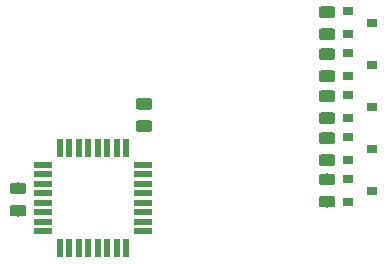
<source format=gbr>
G04 #@! TF.GenerationSoftware,KiCad,Pcbnew,(5.1.4)-1*
G04 #@! TF.CreationDate,2020-04-18T17:13:35+10:00*
G04 #@! TF.ProjectId,c64-nes-adapter,6336342d-6e65-4732-9d61-646170746572,rev?*
G04 #@! TF.SameCoordinates,Original*
G04 #@! TF.FileFunction,Paste,Top*
G04 #@! TF.FilePolarity,Positive*
%FSLAX46Y46*%
G04 Gerber Fmt 4.6, Leading zero omitted, Abs format (unit mm)*
G04 Created by KiCad (PCBNEW (5.1.4)-1) date 2020-04-18 17:13:35*
%MOMM*%
%LPD*%
G04 APERTURE LIST*
%ADD10R,0.900000X0.800000*%
%ADD11C,0.100000*%
%ADD12C,0.975000*%
%ADD13R,0.550000X1.600000*%
%ADD14R,1.600000X0.550000*%
G04 APERTURE END LIST*
D10*
X193945000Y-91506000D03*
X193945000Y-93406000D03*
X195945000Y-92456000D03*
X193945000Y-95062000D03*
X193945000Y-96962000D03*
X195945000Y-96012000D03*
X193945000Y-98618000D03*
X193945000Y-100518000D03*
X195945000Y-99568000D03*
X193945000Y-102174000D03*
X193945000Y-104074000D03*
X195945000Y-103124000D03*
X193945000Y-105730000D03*
X193945000Y-107630000D03*
X195945000Y-106680000D03*
D11*
G36*
X192631142Y-105256174D02*
G01*
X192654803Y-105259684D01*
X192678007Y-105265496D01*
X192700529Y-105273554D01*
X192722153Y-105283782D01*
X192742670Y-105296079D01*
X192761883Y-105310329D01*
X192779607Y-105326393D01*
X192795671Y-105344117D01*
X192809921Y-105363330D01*
X192822218Y-105383847D01*
X192832446Y-105405471D01*
X192840504Y-105427993D01*
X192846316Y-105451197D01*
X192849826Y-105474858D01*
X192851000Y-105498750D01*
X192851000Y-105986250D01*
X192849826Y-106010142D01*
X192846316Y-106033803D01*
X192840504Y-106057007D01*
X192832446Y-106079529D01*
X192822218Y-106101153D01*
X192809921Y-106121670D01*
X192795671Y-106140883D01*
X192779607Y-106158607D01*
X192761883Y-106174671D01*
X192742670Y-106188921D01*
X192722153Y-106201218D01*
X192700529Y-106211446D01*
X192678007Y-106219504D01*
X192654803Y-106225316D01*
X192631142Y-106228826D01*
X192607250Y-106230000D01*
X191694750Y-106230000D01*
X191670858Y-106228826D01*
X191647197Y-106225316D01*
X191623993Y-106219504D01*
X191601471Y-106211446D01*
X191579847Y-106201218D01*
X191559330Y-106188921D01*
X191540117Y-106174671D01*
X191522393Y-106158607D01*
X191506329Y-106140883D01*
X191492079Y-106121670D01*
X191479782Y-106101153D01*
X191469554Y-106079529D01*
X191461496Y-106057007D01*
X191455684Y-106033803D01*
X191452174Y-106010142D01*
X191451000Y-105986250D01*
X191451000Y-105498750D01*
X191452174Y-105474858D01*
X191455684Y-105451197D01*
X191461496Y-105427993D01*
X191469554Y-105405471D01*
X191479782Y-105383847D01*
X191492079Y-105363330D01*
X191506329Y-105344117D01*
X191522393Y-105326393D01*
X191540117Y-105310329D01*
X191559330Y-105296079D01*
X191579847Y-105283782D01*
X191601471Y-105273554D01*
X191623993Y-105265496D01*
X191647197Y-105259684D01*
X191670858Y-105256174D01*
X191694750Y-105255000D01*
X192607250Y-105255000D01*
X192631142Y-105256174D01*
X192631142Y-105256174D01*
G37*
D12*
X192151000Y-105742500D03*
D11*
G36*
X192631142Y-107131174D02*
G01*
X192654803Y-107134684D01*
X192678007Y-107140496D01*
X192700529Y-107148554D01*
X192722153Y-107158782D01*
X192742670Y-107171079D01*
X192761883Y-107185329D01*
X192779607Y-107201393D01*
X192795671Y-107219117D01*
X192809921Y-107238330D01*
X192822218Y-107258847D01*
X192832446Y-107280471D01*
X192840504Y-107302993D01*
X192846316Y-107326197D01*
X192849826Y-107349858D01*
X192851000Y-107373750D01*
X192851000Y-107861250D01*
X192849826Y-107885142D01*
X192846316Y-107908803D01*
X192840504Y-107932007D01*
X192832446Y-107954529D01*
X192822218Y-107976153D01*
X192809921Y-107996670D01*
X192795671Y-108015883D01*
X192779607Y-108033607D01*
X192761883Y-108049671D01*
X192742670Y-108063921D01*
X192722153Y-108076218D01*
X192700529Y-108086446D01*
X192678007Y-108094504D01*
X192654803Y-108100316D01*
X192631142Y-108103826D01*
X192607250Y-108105000D01*
X191694750Y-108105000D01*
X191670858Y-108103826D01*
X191647197Y-108100316D01*
X191623993Y-108094504D01*
X191601471Y-108086446D01*
X191579847Y-108076218D01*
X191559330Y-108063921D01*
X191540117Y-108049671D01*
X191522393Y-108033607D01*
X191506329Y-108015883D01*
X191492079Y-107996670D01*
X191479782Y-107976153D01*
X191469554Y-107954529D01*
X191461496Y-107932007D01*
X191455684Y-107908803D01*
X191452174Y-107885142D01*
X191451000Y-107861250D01*
X191451000Y-107373750D01*
X191452174Y-107349858D01*
X191455684Y-107326197D01*
X191461496Y-107302993D01*
X191469554Y-107280471D01*
X191479782Y-107258847D01*
X191492079Y-107238330D01*
X191506329Y-107219117D01*
X191522393Y-107201393D01*
X191540117Y-107185329D01*
X191559330Y-107171079D01*
X191579847Y-107158782D01*
X191601471Y-107148554D01*
X191623993Y-107140496D01*
X191647197Y-107134684D01*
X191670858Y-107131174D01*
X191694750Y-107130000D01*
X192607250Y-107130000D01*
X192631142Y-107131174D01*
X192631142Y-107131174D01*
G37*
D12*
X192151000Y-107617500D03*
D11*
G36*
X192631142Y-94636674D02*
G01*
X192654803Y-94640184D01*
X192678007Y-94645996D01*
X192700529Y-94654054D01*
X192722153Y-94664282D01*
X192742670Y-94676579D01*
X192761883Y-94690829D01*
X192779607Y-94706893D01*
X192795671Y-94724617D01*
X192809921Y-94743830D01*
X192822218Y-94764347D01*
X192832446Y-94785971D01*
X192840504Y-94808493D01*
X192846316Y-94831697D01*
X192849826Y-94855358D01*
X192851000Y-94879250D01*
X192851000Y-95366750D01*
X192849826Y-95390642D01*
X192846316Y-95414303D01*
X192840504Y-95437507D01*
X192832446Y-95460029D01*
X192822218Y-95481653D01*
X192809921Y-95502170D01*
X192795671Y-95521383D01*
X192779607Y-95539107D01*
X192761883Y-95555171D01*
X192742670Y-95569421D01*
X192722153Y-95581718D01*
X192700529Y-95591946D01*
X192678007Y-95600004D01*
X192654803Y-95605816D01*
X192631142Y-95609326D01*
X192607250Y-95610500D01*
X191694750Y-95610500D01*
X191670858Y-95609326D01*
X191647197Y-95605816D01*
X191623993Y-95600004D01*
X191601471Y-95591946D01*
X191579847Y-95581718D01*
X191559330Y-95569421D01*
X191540117Y-95555171D01*
X191522393Y-95539107D01*
X191506329Y-95521383D01*
X191492079Y-95502170D01*
X191479782Y-95481653D01*
X191469554Y-95460029D01*
X191461496Y-95437507D01*
X191455684Y-95414303D01*
X191452174Y-95390642D01*
X191451000Y-95366750D01*
X191451000Y-94879250D01*
X191452174Y-94855358D01*
X191455684Y-94831697D01*
X191461496Y-94808493D01*
X191469554Y-94785971D01*
X191479782Y-94764347D01*
X191492079Y-94743830D01*
X191506329Y-94724617D01*
X191522393Y-94706893D01*
X191540117Y-94690829D01*
X191559330Y-94676579D01*
X191579847Y-94664282D01*
X191601471Y-94654054D01*
X191623993Y-94645996D01*
X191647197Y-94640184D01*
X191670858Y-94636674D01*
X191694750Y-94635500D01*
X192607250Y-94635500D01*
X192631142Y-94636674D01*
X192631142Y-94636674D01*
G37*
D12*
X192151000Y-95123000D03*
D11*
G36*
X192631142Y-96511674D02*
G01*
X192654803Y-96515184D01*
X192678007Y-96520996D01*
X192700529Y-96529054D01*
X192722153Y-96539282D01*
X192742670Y-96551579D01*
X192761883Y-96565829D01*
X192779607Y-96581893D01*
X192795671Y-96599617D01*
X192809921Y-96618830D01*
X192822218Y-96639347D01*
X192832446Y-96660971D01*
X192840504Y-96683493D01*
X192846316Y-96706697D01*
X192849826Y-96730358D01*
X192851000Y-96754250D01*
X192851000Y-97241750D01*
X192849826Y-97265642D01*
X192846316Y-97289303D01*
X192840504Y-97312507D01*
X192832446Y-97335029D01*
X192822218Y-97356653D01*
X192809921Y-97377170D01*
X192795671Y-97396383D01*
X192779607Y-97414107D01*
X192761883Y-97430171D01*
X192742670Y-97444421D01*
X192722153Y-97456718D01*
X192700529Y-97466946D01*
X192678007Y-97475004D01*
X192654803Y-97480816D01*
X192631142Y-97484326D01*
X192607250Y-97485500D01*
X191694750Y-97485500D01*
X191670858Y-97484326D01*
X191647197Y-97480816D01*
X191623993Y-97475004D01*
X191601471Y-97466946D01*
X191579847Y-97456718D01*
X191559330Y-97444421D01*
X191540117Y-97430171D01*
X191522393Y-97414107D01*
X191506329Y-97396383D01*
X191492079Y-97377170D01*
X191479782Y-97356653D01*
X191469554Y-97335029D01*
X191461496Y-97312507D01*
X191455684Y-97289303D01*
X191452174Y-97265642D01*
X191451000Y-97241750D01*
X191451000Y-96754250D01*
X191452174Y-96730358D01*
X191455684Y-96706697D01*
X191461496Y-96683493D01*
X191469554Y-96660971D01*
X191479782Y-96639347D01*
X191492079Y-96618830D01*
X191506329Y-96599617D01*
X191522393Y-96581893D01*
X191540117Y-96565829D01*
X191559330Y-96551579D01*
X191579847Y-96539282D01*
X191601471Y-96529054D01*
X191623993Y-96520996D01*
X191647197Y-96515184D01*
X191670858Y-96511674D01*
X191694750Y-96510500D01*
X192607250Y-96510500D01*
X192631142Y-96511674D01*
X192631142Y-96511674D01*
G37*
D12*
X192151000Y-96998000D03*
D11*
G36*
X192631142Y-91080674D02*
G01*
X192654803Y-91084184D01*
X192678007Y-91089996D01*
X192700529Y-91098054D01*
X192722153Y-91108282D01*
X192742670Y-91120579D01*
X192761883Y-91134829D01*
X192779607Y-91150893D01*
X192795671Y-91168617D01*
X192809921Y-91187830D01*
X192822218Y-91208347D01*
X192832446Y-91229971D01*
X192840504Y-91252493D01*
X192846316Y-91275697D01*
X192849826Y-91299358D01*
X192851000Y-91323250D01*
X192851000Y-91810750D01*
X192849826Y-91834642D01*
X192846316Y-91858303D01*
X192840504Y-91881507D01*
X192832446Y-91904029D01*
X192822218Y-91925653D01*
X192809921Y-91946170D01*
X192795671Y-91965383D01*
X192779607Y-91983107D01*
X192761883Y-91999171D01*
X192742670Y-92013421D01*
X192722153Y-92025718D01*
X192700529Y-92035946D01*
X192678007Y-92044004D01*
X192654803Y-92049816D01*
X192631142Y-92053326D01*
X192607250Y-92054500D01*
X191694750Y-92054500D01*
X191670858Y-92053326D01*
X191647197Y-92049816D01*
X191623993Y-92044004D01*
X191601471Y-92035946D01*
X191579847Y-92025718D01*
X191559330Y-92013421D01*
X191540117Y-91999171D01*
X191522393Y-91983107D01*
X191506329Y-91965383D01*
X191492079Y-91946170D01*
X191479782Y-91925653D01*
X191469554Y-91904029D01*
X191461496Y-91881507D01*
X191455684Y-91858303D01*
X191452174Y-91834642D01*
X191451000Y-91810750D01*
X191451000Y-91323250D01*
X191452174Y-91299358D01*
X191455684Y-91275697D01*
X191461496Y-91252493D01*
X191469554Y-91229971D01*
X191479782Y-91208347D01*
X191492079Y-91187830D01*
X191506329Y-91168617D01*
X191522393Y-91150893D01*
X191540117Y-91134829D01*
X191559330Y-91120579D01*
X191579847Y-91108282D01*
X191601471Y-91098054D01*
X191623993Y-91089996D01*
X191647197Y-91084184D01*
X191670858Y-91080674D01*
X191694750Y-91079500D01*
X192607250Y-91079500D01*
X192631142Y-91080674D01*
X192631142Y-91080674D01*
G37*
D12*
X192151000Y-91567000D03*
D11*
G36*
X192631142Y-92955674D02*
G01*
X192654803Y-92959184D01*
X192678007Y-92964996D01*
X192700529Y-92973054D01*
X192722153Y-92983282D01*
X192742670Y-92995579D01*
X192761883Y-93009829D01*
X192779607Y-93025893D01*
X192795671Y-93043617D01*
X192809921Y-93062830D01*
X192822218Y-93083347D01*
X192832446Y-93104971D01*
X192840504Y-93127493D01*
X192846316Y-93150697D01*
X192849826Y-93174358D01*
X192851000Y-93198250D01*
X192851000Y-93685750D01*
X192849826Y-93709642D01*
X192846316Y-93733303D01*
X192840504Y-93756507D01*
X192832446Y-93779029D01*
X192822218Y-93800653D01*
X192809921Y-93821170D01*
X192795671Y-93840383D01*
X192779607Y-93858107D01*
X192761883Y-93874171D01*
X192742670Y-93888421D01*
X192722153Y-93900718D01*
X192700529Y-93910946D01*
X192678007Y-93919004D01*
X192654803Y-93924816D01*
X192631142Y-93928326D01*
X192607250Y-93929500D01*
X191694750Y-93929500D01*
X191670858Y-93928326D01*
X191647197Y-93924816D01*
X191623993Y-93919004D01*
X191601471Y-93910946D01*
X191579847Y-93900718D01*
X191559330Y-93888421D01*
X191540117Y-93874171D01*
X191522393Y-93858107D01*
X191506329Y-93840383D01*
X191492079Y-93821170D01*
X191479782Y-93800653D01*
X191469554Y-93779029D01*
X191461496Y-93756507D01*
X191455684Y-93733303D01*
X191452174Y-93709642D01*
X191451000Y-93685750D01*
X191451000Y-93198250D01*
X191452174Y-93174358D01*
X191455684Y-93150697D01*
X191461496Y-93127493D01*
X191469554Y-93104971D01*
X191479782Y-93083347D01*
X191492079Y-93062830D01*
X191506329Y-93043617D01*
X191522393Y-93025893D01*
X191540117Y-93009829D01*
X191559330Y-92995579D01*
X191579847Y-92983282D01*
X191601471Y-92973054D01*
X191623993Y-92964996D01*
X191647197Y-92959184D01*
X191670858Y-92955674D01*
X191694750Y-92954500D01*
X192607250Y-92954500D01*
X192631142Y-92955674D01*
X192631142Y-92955674D01*
G37*
D12*
X192151000Y-93442000D03*
D11*
G36*
X192631142Y-98192674D02*
G01*
X192654803Y-98196184D01*
X192678007Y-98201996D01*
X192700529Y-98210054D01*
X192722153Y-98220282D01*
X192742670Y-98232579D01*
X192761883Y-98246829D01*
X192779607Y-98262893D01*
X192795671Y-98280617D01*
X192809921Y-98299830D01*
X192822218Y-98320347D01*
X192832446Y-98341971D01*
X192840504Y-98364493D01*
X192846316Y-98387697D01*
X192849826Y-98411358D01*
X192851000Y-98435250D01*
X192851000Y-98922750D01*
X192849826Y-98946642D01*
X192846316Y-98970303D01*
X192840504Y-98993507D01*
X192832446Y-99016029D01*
X192822218Y-99037653D01*
X192809921Y-99058170D01*
X192795671Y-99077383D01*
X192779607Y-99095107D01*
X192761883Y-99111171D01*
X192742670Y-99125421D01*
X192722153Y-99137718D01*
X192700529Y-99147946D01*
X192678007Y-99156004D01*
X192654803Y-99161816D01*
X192631142Y-99165326D01*
X192607250Y-99166500D01*
X191694750Y-99166500D01*
X191670858Y-99165326D01*
X191647197Y-99161816D01*
X191623993Y-99156004D01*
X191601471Y-99147946D01*
X191579847Y-99137718D01*
X191559330Y-99125421D01*
X191540117Y-99111171D01*
X191522393Y-99095107D01*
X191506329Y-99077383D01*
X191492079Y-99058170D01*
X191479782Y-99037653D01*
X191469554Y-99016029D01*
X191461496Y-98993507D01*
X191455684Y-98970303D01*
X191452174Y-98946642D01*
X191451000Y-98922750D01*
X191451000Y-98435250D01*
X191452174Y-98411358D01*
X191455684Y-98387697D01*
X191461496Y-98364493D01*
X191469554Y-98341971D01*
X191479782Y-98320347D01*
X191492079Y-98299830D01*
X191506329Y-98280617D01*
X191522393Y-98262893D01*
X191540117Y-98246829D01*
X191559330Y-98232579D01*
X191579847Y-98220282D01*
X191601471Y-98210054D01*
X191623993Y-98201996D01*
X191647197Y-98196184D01*
X191670858Y-98192674D01*
X191694750Y-98191500D01*
X192607250Y-98191500D01*
X192631142Y-98192674D01*
X192631142Y-98192674D01*
G37*
D12*
X192151000Y-98679000D03*
D11*
G36*
X192631142Y-100067674D02*
G01*
X192654803Y-100071184D01*
X192678007Y-100076996D01*
X192700529Y-100085054D01*
X192722153Y-100095282D01*
X192742670Y-100107579D01*
X192761883Y-100121829D01*
X192779607Y-100137893D01*
X192795671Y-100155617D01*
X192809921Y-100174830D01*
X192822218Y-100195347D01*
X192832446Y-100216971D01*
X192840504Y-100239493D01*
X192846316Y-100262697D01*
X192849826Y-100286358D01*
X192851000Y-100310250D01*
X192851000Y-100797750D01*
X192849826Y-100821642D01*
X192846316Y-100845303D01*
X192840504Y-100868507D01*
X192832446Y-100891029D01*
X192822218Y-100912653D01*
X192809921Y-100933170D01*
X192795671Y-100952383D01*
X192779607Y-100970107D01*
X192761883Y-100986171D01*
X192742670Y-101000421D01*
X192722153Y-101012718D01*
X192700529Y-101022946D01*
X192678007Y-101031004D01*
X192654803Y-101036816D01*
X192631142Y-101040326D01*
X192607250Y-101041500D01*
X191694750Y-101041500D01*
X191670858Y-101040326D01*
X191647197Y-101036816D01*
X191623993Y-101031004D01*
X191601471Y-101022946D01*
X191579847Y-101012718D01*
X191559330Y-101000421D01*
X191540117Y-100986171D01*
X191522393Y-100970107D01*
X191506329Y-100952383D01*
X191492079Y-100933170D01*
X191479782Y-100912653D01*
X191469554Y-100891029D01*
X191461496Y-100868507D01*
X191455684Y-100845303D01*
X191452174Y-100821642D01*
X191451000Y-100797750D01*
X191451000Y-100310250D01*
X191452174Y-100286358D01*
X191455684Y-100262697D01*
X191461496Y-100239493D01*
X191469554Y-100216971D01*
X191479782Y-100195347D01*
X191492079Y-100174830D01*
X191506329Y-100155617D01*
X191522393Y-100137893D01*
X191540117Y-100121829D01*
X191559330Y-100107579D01*
X191579847Y-100095282D01*
X191601471Y-100085054D01*
X191623993Y-100076996D01*
X191647197Y-100071184D01*
X191670858Y-100067674D01*
X191694750Y-100066500D01*
X192607250Y-100066500D01*
X192631142Y-100067674D01*
X192631142Y-100067674D01*
G37*
D12*
X192151000Y-100554000D03*
D11*
G36*
X192631142Y-101748674D02*
G01*
X192654803Y-101752184D01*
X192678007Y-101757996D01*
X192700529Y-101766054D01*
X192722153Y-101776282D01*
X192742670Y-101788579D01*
X192761883Y-101802829D01*
X192779607Y-101818893D01*
X192795671Y-101836617D01*
X192809921Y-101855830D01*
X192822218Y-101876347D01*
X192832446Y-101897971D01*
X192840504Y-101920493D01*
X192846316Y-101943697D01*
X192849826Y-101967358D01*
X192851000Y-101991250D01*
X192851000Y-102478750D01*
X192849826Y-102502642D01*
X192846316Y-102526303D01*
X192840504Y-102549507D01*
X192832446Y-102572029D01*
X192822218Y-102593653D01*
X192809921Y-102614170D01*
X192795671Y-102633383D01*
X192779607Y-102651107D01*
X192761883Y-102667171D01*
X192742670Y-102681421D01*
X192722153Y-102693718D01*
X192700529Y-102703946D01*
X192678007Y-102712004D01*
X192654803Y-102717816D01*
X192631142Y-102721326D01*
X192607250Y-102722500D01*
X191694750Y-102722500D01*
X191670858Y-102721326D01*
X191647197Y-102717816D01*
X191623993Y-102712004D01*
X191601471Y-102703946D01*
X191579847Y-102693718D01*
X191559330Y-102681421D01*
X191540117Y-102667171D01*
X191522393Y-102651107D01*
X191506329Y-102633383D01*
X191492079Y-102614170D01*
X191479782Y-102593653D01*
X191469554Y-102572029D01*
X191461496Y-102549507D01*
X191455684Y-102526303D01*
X191452174Y-102502642D01*
X191451000Y-102478750D01*
X191451000Y-101991250D01*
X191452174Y-101967358D01*
X191455684Y-101943697D01*
X191461496Y-101920493D01*
X191469554Y-101897971D01*
X191479782Y-101876347D01*
X191492079Y-101855830D01*
X191506329Y-101836617D01*
X191522393Y-101818893D01*
X191540117Y-101802829D01*
X191559330Y-101788579D01*
X191579847Y-101776282D01*
X191601471Y-101766054D01*
X191623993Y-101757996D01*
X191647197Y-101752184D01*
X191670858Y-101748674D01*
X191694750Y-101747500D01*
X192607250Y-101747500D01*
X192631142Y-101748674D01*
X192631142Y-101748674D01*
G37*
D12*
X192151000Y-102235000D03*
D11*
G36*
X192631142Y-103623674D02*
G01*
X192654803Y-103627184D01*
X192678007Y-103632996D01*
X192700529Y-103641054D01*
X192722153Y-103651282D01*
X192742670Y-103663579D01*
X192761883Y-103677829D01*
X192779607Y-103693893D01*
X192795671Y-103711617D01*
X192809921Y-103730830D01*
X192822218Y-103751347D01*
X192832446Y-103772971D01*
X192840504Y-103795493D01*
X192846316Y-103818697D01*
X192849826Y-103842358D01*
X192851000Y-103866250D01*
X192851000Y-104353750D01*
X192849826Y-104377642D01*
X192846316Y-104401303D01*
X192840504Y-104424507D01*
X192832446Y-104447029D01*
X192822218Y-104468653D01*
X192809921Y-104489170D01*
X192795671Y-104508383D01*
X192779607Y-104526107D01*
X192761883Y-104542171D01*
X192742670Y-104556421D01*
X192722153Y-104568718D01*
X192700529Y-104578946D01*
X192678007Y-104587004D01*
X192654803Y-104592816D01*
X192631142Y-104596326D01*
X192607250Y-104597500D01*
X191694750Y-104597500D01*
X191670858Y-104596326D01*
X191647197Y-104592816D01*
X191623993Y-104587004D01*
X191601471Y-104578946D01*
X191579847Y-104568718D01*
X191559330Y-104556421D01*
X191540117Y-104542171D01*
X191522393Y-104526107D01*
X191506329Y-104508383D01*
X191492079Y-104489170D01*
X191479782Y-104468653D01*
X191469554Y-104447029D01*
X191461496Y-104424507D01*
X191455684Y-104401303D01*
X191452174Y-104377642D01*
X191451000Y-104353750D01*
X191451000Y-103866250D01*
X191452174Y-103842358D01*
X191455684Y-103818697D01*
X191461496Y-103795493D01*
X191469554Y-103772971D01*
X191479782Y-103751347D01*
X191492079Y-103730830D01*
X191506329Y-103711617D01*
X191522393Y-103693893D01*
X191540117Y-103677829D01*
X191559330Y-103663579D01*
X191579847Y-103651282D01*
X191601471Y-103641054D01*
X191623993Y-103632996D01*
X191647197Y-103627184D01*
X191670858Y-103623674D01*
X191694750Y-103622500D01*
X192607250Y-103622500D01*
X192631142Y-103623674D01*
X192631142Y-103623674D01*
G37*
D12*
X192151000Y-104110000D03*
D13*
X169539000Y-103065000D03*
X170339000Y-103065000D03*
X171139000Y-103065000D03*
X171939000Y-103065000D03*
X172739000Y-103065000D03*
X173539000Y-103065000D03*
X174339000Y-103065000D03*
X175139000Y-103065000D03*
D14*
X176589000Y-104515000D03*
X176589000Y-105315000D03*
X176589000Y-106115000D03*
X176589000Y-106915000D03*
X176589000Y-107715000D03*
X176589000Y-108515000D03*
X176589000Y-109315000D03*
X176589000Y-110115000D03*
D13*
X175139000Y-111565000D03*
X174339000Y-111565000D03*
X173539000Y-111565000D03*
X172739000Y-111565000D03*
X171939000Y-111565000D03*
X171139000Y-111565000D03*
X170339000Y-111565000D03*
X169539000Y-111565000D03*
D14*
X168089000Y-110115000D03*
X168089000Y-109315000D03*
X168089000Y-108515000D03*
X168089000Y-107715000D03*
X168089000Y-106915000D03*
X168089000Y-106115000D03*
X168089000Y-105315000D03*
X168089000Y-104515000D03*
D11*
G36*
X177137142Y-100732674D02*
G01*
X177160803Y-100736184D01*
X177184007Y-100741996D01*
X177206529Y-100750054D01*
X177228153Y-100760282D01*
X177248670Y-100772579D01*
X177267883Y-100786829D01*
X177285607Y-100802893D01*
X177301671Y-100820617D01*
X177315921Y-100839830D01*
X177328218Y-100860347D01*
X177338446Y-100881971D01*
X177346504Y-100904493D01*
X177352316Y-100927697D01*
X177355826Y-100951358D01*
X177357000Y-100975250D01*
X177357000Y-101462750D01*
X177355826Y-101486642D01*
X177352316Y-101510303D01*
X177346504Y-101533507D01*
X177338446Y-101556029D01*
X177328218Y-101577653D01*
X177315921Y-101598170D01*
X177301671Y-101617383D01*
X177285607Y-101635107D01*
X177267883Y-101651171D01*
X177248670Y-101665421D01*
X177228153Y-101677718D01*
X177206529Y-101687946D01*
X177184007Y-101696004D01*
X177160803Y-101701816D01*
X177137142Y-101705326D01*
X177113250Y-101706500D01*
X176200750Y-101706500D01*
X176176858Y-101705326D01*
X176153197Y-101701816D01*
X176129993Y-101696004D01*
X176107471Y-101687946D01*
X176085847Y-101677718D01*
X176065330Y-101665421D01*
X176046117Y-101651171D01*
X176028393Y-101635107D01*
X176012329Y-101617383D01*
X175998079Y-101598170D01*
X175985782Y-101577653D01*
X175975554Y-101556029D01*
X175967496Y-101533507D01*
X175961684Y-101510303D01*
X175958174Y-101486642D01*
X175957000Y-101462750D01*
X175957000Y-100975250D01*
X175958174Y-100951358D01*
X175961684Y-100927697D01*
X175967496Y-100904493D01*
X175975554Y-100881971D01*
X175985782Y-100860347D01*
X175998079Y-100839830D01*
X176012329Y-100820617D01*
X176028393Y-100802893D01*
X176046117Y-100786829D01*
X176065330Y-100772579D01*
X176085847Y-100760282D01*
X176107471Y-100750054D01*
X176129993Y-100741996D01*
X176153197Y-100736184D01*
X176176858Y-100732674D01*
X176200750Y-100731500D01*
X177113250Y-100731500D01*
X177137142Y-100732674D01*
X177137142Y-100732674D01*
G37*
D12*
X176657000Y-101219000D03*
D11*
G36*
X177137142Y-98857674D02*
G01*
X177160803Y-98861184D01*
X177184007Y-98866996D01*
X177206529Y-98875054D01*
X177228153Y-98885282D01*
X177248670Y-98897579D01*
X177267883Y-98911829D01*
X177285607Y-98927893D01*
X177301671Y-98945617D01*
X177315921Y-98964830D01*
X177328218Y-98985347D01*
X177338446Y-99006971D01*
X177346504Y-99029493D01*
X177352316Y-99052697D01*
X177355826Y-99076358D01*
X177357000Y-99100250D01*
X177357000Y-99587750D01*
X177355826Y-99611642D01*
X177352316Y-99635303D01*
X177346504Y-99658507D01*
X177338446Y-99681029D01*
X177328218Y-99702653D01*
X177315921Y-99723170D01*
X177301671Y-99742383D01*
X177285607Y-99760107D01*
X177267883Y-99776171D01*
X177248670Y-99790421D01*
X177228153Y-99802718D01*
X177206529Y-99812946D01*
X177184007Y-99821004D01*
X177160803Y-99826816D01*
X177137142Y-99830326D01*
X177113250Y-99831500D01*
X176200750Y-99831500D01*
X176176858Y-99830326D01*
X176153197Y-99826816D01*
X176129993Y-99821004D01*
X176107471Y-99812946D01*
X176085847Y-99802718D01*
X176065330Y-99790421D01*
X176046117Y-99776171D01*
X176028393Y-99760107D01*
X176012329Y-99742383D01*
X175998079Y-99723170D01*
X175985782Y-99702653D01*
X175975554Y-99681029D01*
X175967496Y-99658507D01*
X175961684Y-99635303D01*
X175958174Y-99611642D01*
X175957000Y-99587750D01*
X175957000Y-99100250D01*
X175958174Y-99076358D01*
X175961684Y-99052697D01*
X175967496Y-99029493D01*
X175975554Y-99006971D01*
X175985782Y-98985347D01*
X175998079Y-98964830D01*
X176012329Y-98945617D01*
X176028393Y-98927893D01*
X176046117Y-98911829D01*
X176065330Y-98897579D01*
X176085847Y-98885282D01*
X176107471Y-98875054D01*
X176129993Y-98866996D01*
X176153197Y-98861184D01*
X176176858Y-98857674D01*
X176200750Y-98856500D01*
X177113250Y-98856500D01*
X177137142Y-98857674D01*
X177137142Y-98857674D01*
G37*
D12*
X176657000Y-99344000D03*
D11*
G36*
X166469142Y-107893174D02*
G01*
X166492803Y-107896684D01*
X166516007Y-107902496D01*
X166538529Y-107910554D01*
X166560153Y-107920782D01*
X166580670Y-107933079D01*
X166599883Y-107947329D01*
X166617607Y-107963393D01*
X166633671Y-107981117D01*
X166647921Y-108000330D01*
X166660218Y-108020847D01*
X166670446Y-108042471D01*
X166678504Y-108064993D01*
X166684316Y-108088197D01*
X166687826Y-108111858D01*
X166689000Y-108135750D01*
X166689000Y-108623250D01*
X166687826Y-108647142D01*
X166684316Y-108670803D01*
X166678504Y-108694007D01*
X166670446Y-108716529D01*
X166660218Y-108738153D01*
X166647921Y-108758670D01*
X166633671Y-108777883D01*
X166617607Y-108795607D01*
X166599883Y-108811671D01*
X166580670Y-108825921D01*
X166560153Y-108838218D01*
X166538529Y-108848446D01*
X166516007Y-108856504D01*
X166492803Y-108862316D01*
X166469142Y-108865826D01*
X166445250Y-108867000D01*
X165532750Y-108867000D01*
X165508858Y-108865826D01*
X165485197Y-108862316D01*
X165461993Y-108856504D01*
X165439471Y-108848446D01*
X165417847Y-108838218D01*
X165397330Y-108825921D01*
X165378117Y-108811671D01*
X165360393Y-108795607D01*
X165344329Y-108777883D01*
X165330079Y-108758670D01*
X165317782Y-108738153D01*
X165307554Y-108716529D01*
X165299496Y-108694007D01*
X165293684Y-108670803D01*
X165290174Y-108647142D01*
X165289000Y-108623250D01*
X165289000Y-108135750D01*
X165290174Y-108111858D01*
X165293684Y-108088197D01*
X165299496Y-108064993D01*
X165307554Y-108042471D01*
X165317782Y-108020847D01*
X165330079Y-108000330D01*
X165344329Y-107981117D01*
X165360393Y-107963393D01*
X165378117Y-107947329D01*
X165397330Y-107933079D01*
X165417847Y-107920782D01*
X165439471Y-107910554D01*
X165461993Y-107902496D01*
X165485197Y-107896684D01*
X165508858Y-107893174D01*
X165532750Y-107892000D01*
X166445250Y-107892000D01*
X166469142Y-107893174D01*
X166469142Y-107893174D01*
G37*
D12*
X165989000Y-108379500D03*
D11*
G36*
X166469142Y-106018174D02*
G01*
X166492803Y-106021684D01*
X166516007Y-106027496D01*
X166538529Y-106035554D01*
X166560153Y-106045782D01*
X166580670Y-106058079D01*
X166599883Y-106072329D01*
X166617607Y-106088393D01*
X166633671Y-106106117D01*
X166647921Y-106125330D01*
X166660218Y-106145847D01*
X166670446Y-106167471D01*
X166678504Y-106189993D01*
X166684316Y-106213197D01*
X166687826Y-106236858D01*
X166689000Y-106260750D01*
X166689000Y-106748250D01*
X166687826Y-106772142D01*
X166684316Y-106795803D01*
X166678504Y-106819007D01*
X166670446Y-106841529D01*
X166660218Y-106863153D01*
X166647921Y-106883670D01*
X166633671Y-106902883D01*
X166617607Y-106920607D01*
X166599883Y-106936671D01*
X166580670Y-106950921D01*
X166560153Y-106963218D01*
X166538529Y-106973446D01*
X166516007Y-106981504D01*
X166492803Y-106987316D01*
X166469142Y-106990826D01*
X166445250Y-106992000D01*
X165532750Y-106992000D01*
X165508858Y-106990826D01*
X165485197Y-106987316D01*
X165461993Y-106981504D01*
X165439471Y-106973446D01*
X165417847Y-106963218D01*
X165397330Y-106950921D01*
X165378117Y-106936671D01*
X165360393Y-106920607D01*
X165344329Y-106902883D01*
X165330079Y-106883670D01*
X165317782Y-106863153D01*
X165307554Y-106841529D01*
X165299496Y-106819007D01*
X165293684Y-106795803D01*
X165290174Y-106772142D01*
X165289000Y-106748250D01*
X165289000Y-106260750D01*
X165290174Y-106236858D01*
X165293684Y-106213197D01*
X165299496Y-106189993D01*
X165307554Y-106167471D01*
X165317782Y-106145847D01*
X165330079Y-106125330D01*
X165344329Y-106106117D01*
X165360393Y-106088393D01*
X165378117Y-106072329D01*
X165397330Y-106058079D01*
X165417847Y-106045782D01*
X165439471Y-106035554D01*
X165461993Y-106027496D01*
X165485197Y-106021684D01*
X165508858Y-106018174D01*
X165532750Y-106017000D01*
X166445250Y-106017000D01*
X166469142Y-106018174D01*
X166469142Y-106018174D01*
G37*
D12*
X165989000Y-106504500D03*
M02*

</source>
